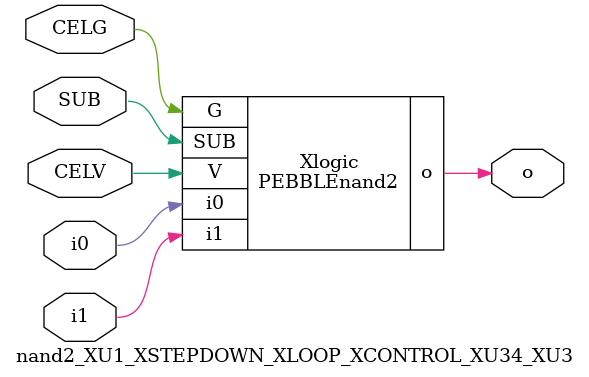
<source format=v>



module PEBBLEnand2 ( o, G, SUB, V, i0, i1 );

  input i0;
  input V;
  input i1;
  input G;
  output o;
  input SUB;
endmodule

//Celera Confidential Do Not Copy nand2_XU1_XSTEPDOWN_XLOOP_XCONTROL_XU34_XU3
//Celera Confidential Symbol Generator
//5V NAND2
module nand2_XU1_XSTEPDOWN_XLOOP_XCONTROL_XU34_XU3 (CELV,CELG,i0,i1,o,SUB);
input CELV;
input CELG;
input i0;
input i1;
input SUB;
output o;

//Celera Confidential Do Not Copy nand2
PEBBLEnand2 Xlogic(
.V (CELV),
.i0 (i0),
.i1 (i1),
.o (o),
.SUB (SUB),
.G (CELG)
);
//,diesize,PEBBLEnand2

//Celera Confidential Do Not Copy Module End
//Celera Schematic Generator
endmodule

</source>
